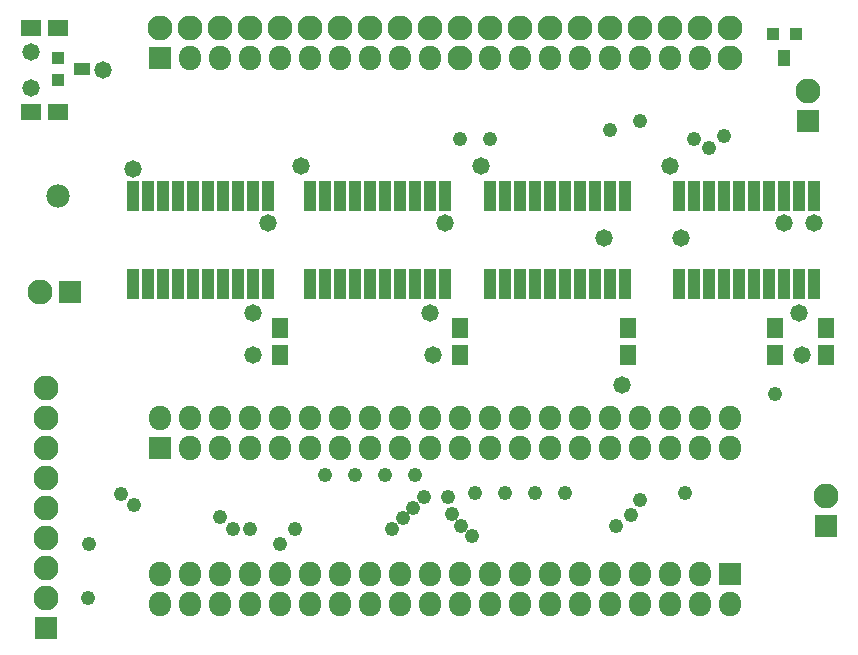
<source format=gts>
%FSLAX23Y23*%
%MOIN*%
G70*
G01*
G75*
%ADD10R,0.060X0.050*%
%ADD11R,0.050X0.060*%
%ADD12R,0.036X0.050*%
%ADD13R,0.036X0.036*%
%ADD14R,0.050X0.036*%
%ADD15R,0.032X0.095*%
%ADD16C,0.015*%
%ADD17C,0.012*%
%ADD18C,0.010*%
%ADD19C,0.030*%
%ADD20C,0.075*%
%ADD21O,0.065X0.075*%
%ADD22R,0.070X0.070*%
%ADD23R,0.065X0.070*%
%ADD24C,0.070*%
%ADD25C,0.050*%
%ADD26C,0.040*%
%ADD27C,0.008*%
%ADD28C,0.008*%
%ADD29R,0.068X0.058*%
%ADD30R,0.058X0.068*%
%ADD31R,0.044X0.058*%
%ADD32R,0.044X0.044*%
%ADD33R,0.058X0.044*%
%ADD34R,0.040X0.103*%
%ADD35C,0.083*%
%ADD36O,0.073X0.083*%
%ADD37R,0.078X0.078*%
%ADD38R,0.073X0.078*%
%ADD39C,0.078*%
%ADD40C,0.058*%
%ADD41C,0.048*%
D29*
X10180Y9520D02*
D03*
Y9800D02*
D03*
X10270Y9520D02*
D03*
Y9800D02*
D03*
D30*
X12660Y8710D02*
D03*
Y8800D02*
D03*
X12830D02*
D03*
Y8710D02*
D03*
X11010Y8800D02*
D03*
Y8710D02*
D03*
X11610Y8800D02*
D03*
Y8710D02*
D03*
X12170Y8800D02*
D03*
Y8710D02*
D03*
D31*
X12692Y9700D02*
D03*
D32*
X12655Y9780D02*
D03*
X12730D02*
D03*
X10270Y9625D02*
D03*
Y9700D02*
D03*
D33*
X10350Y9662D02*
D03*
D34*
X10970Y9240D02*
D03*
X10920Y9240D02*
D03*
X10870D02*
D03*
X10820Y9240D02*
D03*
X10770Y9240D02*
D03*
X10720Y9240D02*
D03*
X10670Y9240D02*
D03*
X10620D02*
D03*
X10570Y9240D02*
D03*
X10520Y9240D02*
D03*
X10970Y8946D02*
D03*
X10920Y8946D02*
D03*
X10870D02*
D03*
X10820Y8946D02*
D03*
X10770Y8946D02*
D03*
X10720Y8946D02*
D03*
X10670Y8946D02*
D03*
X10620D02*
D03*
X10570Y8946D02*
D03*
X10520Y8946D02*
D03*
X11460Y9240D02*
D03*
X11160Y9240D02*
D03*
X11260Y9240D02*
D03*
X11510D02*
D03*
X11360D02*
D03*
X11410Y9240D02*
D03*
X11310D02*
D03*
X11210Y9240D02*
D03*
X11110Y8946D02*
D03*
X11310Y8946D02*
D03*
X11360Y8946D02*
D03*
X11460D02*
D03*
X11210D02*
D03*
X11160Y8946D02*
D03*
X11410D02*
D03*
X11260Y8946D02*
D03*
X11560Y8946D02*
D03*
X11560Y9240D02*
D03*
X11110Y9240D02*
D03*
X11510Y8946D02*
D03*
X11760Y9240D02*
D03*
X12060Y9240D02*
D03*
X11860D02*
D03*
X11960D02*
D03*
X11810D02*
D03*
X12110D02*
D03*
X11910Y9240D02*
D03*
X12010D02*
D03*
X12010Y8946D02*
D03*
X11860Y8946D02*
D03*
X11910Y8946D02*
D03*
X11760Y8946D02*
D03*
X12110Y8946D02*
D03*
X11960D02*
D03*
X11810D02*
D03*
X12160Y8946D02*
D03*
X11710Y8946D02*
D03*
X12060D02*
D03*
X12160Y9240D02*
D03*
X11710Y9240D02*
D03*
X12490D02*
D03*
X12590D02*
D03*
X12690D02*
D03*
X12740D02*
D03*
X12640Y9240D02*
D03*
X12440Y9240D02*
D03*
X12540Y8946D02*
D03*
X12590Y8946D02*
D03*
X12490D02*
D03*
X12390Y8946D02*
D03*
X12440Y8946D02*
D03*
X12690D02*
D03*
X12390Y9240D02*
D03*
X12640Y8946D02*
D03*
X12540Y9240D02*
D03*
X12340Y8946D02*
D03*
X12790Y8946D02*
D03*
X12790Y9240D02*
D03*
X12340Y9240D02*
D03*
X12740Y8946D02*
D03*
D35*
X11810Y9800D02*
D03*
X11910Y9800D02*
D03*
X11710D02*
D03*
X11310Y9800D02*
D03*
X11210Y9800D02*
D03*
X11010D02*
D03*
X10910Y9800D02*
D03*
X10810Y9800D02*
D03*
X10710Y9800D02*
D03*
X10610D02*
D03*
X11110D02*
D03*
X11410D02*
D03*
X11510D02*
D03*
X12310D02*
D03*
X12210Y9800D02*
D03*
X12010Y9800D02*
D03*
X12110D02*
D03*
X11610Y9700D02*
D03*
Y9800D02*
D03*
X12410D02*
D03*
X12510Y9700D02*
D03*
Y9800D02*
D03*
X12770Y9590D02*
D03*
X12830Y8240D02*
D03*
X10210Y8920D02*
D03*
X10230Y8400D02*
D03*
Y8300D02*
D03*
Y7900D02*
D03*
Y8000D02*
D03*
Y8200D02*
D03*
Y8100D02*
D03*
Y8500D02*
D03*
Y8600D02*
D03*
D36*
X11310Y9700D02*
D03*
X11210D02*
D03*
X10710D02*
D03*
X10810D02*
D03*
X10910D02*
D03*
X11010D02*
D03*
X11110D02*
D03*
X11410D02*
D03*
X11510D02*
D03*
X12310D02*
D03*
X12210D02*
D03*
X11710D02*
D03*
X11810D02*
D03*
X11910D02*
D03*
X12010D02*
D03*
X12110D02*
D03*
X12410D02*
D03*
Y7880D02*
D03*
Y7980D02*
D03*
X12310Y7880D02*
D03*
X12310Y7980D02*
D03*
X12210D02*
D03*
Y7880D02*
D03*
X11010D02*
D03*
X11310Y8400D02*
D03*
Y8500D02*
D03*
X11210Y8400D02*
D03*
Y8500D02*
D03*
X10710Y8400D02*
D03*
X10810D02*
D03*
X10910D02*
D03*
X11010D02*
D03*
Y8500D02*
D03*
X10910D02*
D03*
X10810D02*
D03*
X10710D02*
D03*
X10610D02*
D03*
X11110Y8400D02*
D03*
Y8500D02*
D03*
X11410Y8400D02*
D03*
Y8500D02*
D03*
X11510Y8400D02*
D03*
Y8500D02*
D03*
X12310Y8400D02*
D03*
Y8500D02*
D03*
X12210Y8400D02*
D03*
Y8500D02*
D03*
X11710Y8400D02*
D03*
X11810D02*
D03*
X11910D02*
D03*
X12010D02*
D03*
Y8500D02*
D03*
X11910D02*
D03*
X11810D02*
D03*
X11710D02*
D03*
X11610D02*
D03*
X12110Y8400D02*
D03*
Y8500D02*
D03*
X12410Y8400D02*
D03*
Y8500D02*
D03*
X12510Y8400D02*
D03*
Y8500D02*
D03*
X11610Y8400D02*
D03*
X11810Y7980D02*
D03*
X12110Y7880D02*
D03*
X12010D02*
D03*
X11910Y7980D02*
D03*
X12110D02*
D03*
X11910Y7880D02*
D03*
X12010Y7980D02*
D03*
X11810Y7880D02*
D03*
X11210Y7980D02*
D03*
X11010D02*
D03*
X11310D02*
D03*
X11310Y7880D02*
D03*
X11110Y7980D02*
D03*
Y7880D02*
D03*
X11210D02*
D03*
X12510D02*
D03*
X11510Y7980D02*
D03*
X10610Y7880D02*
D03*
Y7980D02*
D03*
X10710Y7880D02*
D03*
Y7980D02*
D03*
X11510Y7880D02*
D03*
X11410D02*
D03*
X11410Y7980D02*
D03*
X10910Y7880D02*
D03*
Y7980D02*
D03*
X10810Y7880D02*
D03*
Y7980D02*
D03*
X11610Y7880D02*
D03*
Y7980D02*
D03*
X11710Y7880D02*
D03*
Y7980D02*
D03*
D37*
X10610Y9700D02*
D03*
X12770Y9490D02*
D03*
X12830Y8140D02*
D03*
X10310Y8920D02*
D03*
X10230Y7800D02*
D03*
D38*
X10610Y8400D02*
D03*
X12510Y7980D02*
D03*
D39*
X10270Y9240D02*
D03*
D40*
X10520Y9330D02*
D03*
X10970Y9150D02*
D03*
X10920Y8850D02*
D03*
X11510D02*
D03*
X11560Y9150D02*
D03*
X11080Y9340D02*
D03*
X11680D02*
D03*
X12310D02*
D03*
X12690Y9150D02*
D03*
X12790D02*
D03*
X12740Y8850D02*
D03*
X10920Y8710D02*
D03*
X11520D02*
D03*
X12150Y8610D02*
D03*
X12750Y8710D02*
D03*
X10420Y9660D02*
D03*
X10180Y9720D02*
D03*
Y9600D02*
D03*
X12349Y9100D02*
D03*
X12090D02*
D03*
D41*
X10480Y8245D02*
D03*
X11490Y8235D02*
D03*
X11570D02*
D03*
X12210Y8225D02*
D03*
X11585Y8180D02*
D03*
X11455Y8200D02*
D03*
X10525Y8210D02*
D03*
X12660Y8580D02*
D03*
X12180Y8175D02*
D03*
X11615Y8140D02*
D03*
X11420Y8165D02*
D03*
X10810Y8170D02*
D03*
X10855Y8130D02*
D03*
X11385D02*
D03*
X11650Y8105D02*
D03*
X12132Y8138D02*
D03*
X11010Y8080D02*
D03*
X10375D02*
D03*
X10370Y7900D02*
D03*
X12360Y8250D02*
D03*
X11960D02*
D03*
X11860D02*
D03*
X11760D02*
D03*
X11660D02*
D03*
X11460Y8310D02*
D03*
X11360D02*
D03*
X11260D02*
D03*
X10910Y8130D02*
D03*
X11060D02*
D03*
X11160Y8310D02*
D03*
X11610Y9430D02*
D03*
X12440Y9400D02*
D03*
X11710Y9430D02*
D03*
X12390D02*
D03*
X12110Y9460D02*
D03*
X12490Y9440D02*
D03*
X12210Y9490D02*
D03*
M02*

</source>
